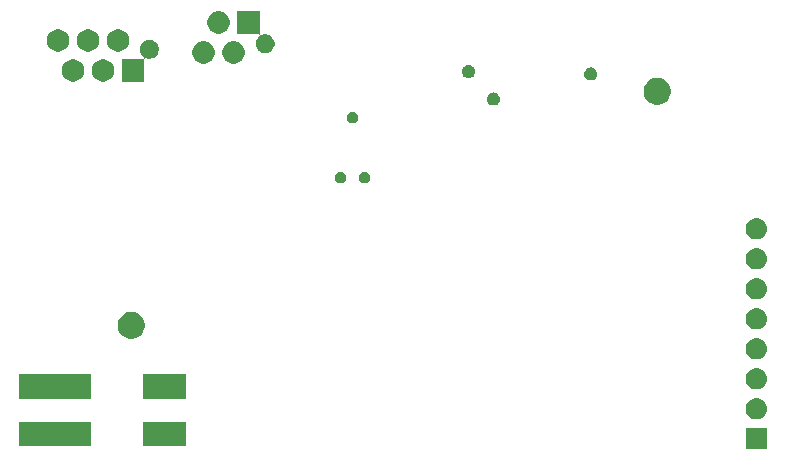
<source format=gbr>
G04 #@! TF.GenerationSoftware,KiCad,Pcbnew,5.0.2-bee76a0~70~ubuntu18.04.1*
G04 #@! TF.CreationDate,2019-12-20T19:05:30+01:00*
G04 #@! TF.ProjectId,board,626f6172-642e-46b6-9963-61645f706362,rev?*
G04 #@! TF.SameCoordinates,Original*
G04 #@! TF.FileFunction,Soldermask,Bot*
G04 #@! TF.FilePolarity,Negative*
%FSLAX46Y46*%
G04 Gerber Fmt 4.6, Leading zero omitted, Abs format (unit mm)*
G04 Created by KiCad (PCBNEW 5.0.2-bee76a0~70~ubuntu18.04.1) date Fr 20 Dez 2019 19:05:30 CET*
%MOMM*%
%LPD*%
G01*
G04 APERTURE LIST*
%ADD10C,0.100000*%
G04 APERTURE END LIST*
D10*
G36*
X156901000Y-138010200D02*
X155099000Y-138010200D01*
X155099000Y-136208200D01*
X156901000Y-136208200D01*
X156901000Y-138010200D01*
X156901000Y-138010200D01*
G37*
G36*
X107701000Y-137751000D02*
X104099000Y-137751000D01*
X104099000Y-135649000D01*
X107701000Y-135649000D01*
X107701000Y-137751000D01*
X107701000Y-137751000D01*
G37*
G36*
X99701000Y-137751000D02*
X93599000Y-137751000D01*
X93599000Y-135649000D01*
X99701000Y-135649000D01*
X99701000Y-137751000D01*
X99701000Y-137751000D01*
G37*
G36*
X156110442Y-133674718D02*
X156176627Y-133681237D01*
X156289853Y-133715584D01*
X156346467Y-133732757D01*
X156485087Y-133806852D01*
X156502991Y-133816422D01*
X156538729Y-133845752D01*
X156640186Y-133929014D01*
X156723448Y-134030471D01*
X156752778Y-134066209D01*
X156752779Y-134066211D01*
X156836443Y-134222733D01*
X156836443Y-134222734D01*
X156887963Y-134392573D01*
X156905359Y-134569200D01*
X156887963Y-134745827D01*
X156853616Y-134859053D01*
X156836443Y-134915667D01*
X156762348Y-135054287D01*
X156752778Y-135072191D01*
X156723448Y-135107929D01*
X156640186Y-135209386D01*
X156538729Y-135292648D01*
X156502991Y-135321978D01*
X156502989Y-135321979D01*
X156346467Y-135405643D01*
X156289853Y-135422816D01*
X156176627Y-135457163D01*
X156110442Y-135463682D01*
X156044260Y-135470200D01*
X155955740Y-135470200D01*
X155889558Y-135463682D01*
X155823373Y-135457163D01*
X155710147Y-135422816D01*
X155653533Y-135405643D01*
X155497011Y-135321979D01*
X155497009Y-135321978D01*
X155461271Y-135292648D01*
X155359814Y-135209386D01*
X155276552Y-135107929D01*
X155247222Y-135072191D01*
X155237652Y-135054287D01*
X155163557Y-134915667D01*
X155146384Y-134859053D01*
X155112037Y-134745827D01*
X155094641Y-134569200D01*
X155112037Y-134392573D01*
X155163557Y-134222734D01*
X155163557Y-134222733D01*
X155247221Y-134066211D01*
X155247222Y-134066209D01*
X155276552Y-134030471D01*
X155359814Y-133929014D01*
X155461271Y-133845752D01*
X155497009Y-133816422D01*
X155514913Y-133806852D01*
X155653533Y-133732757D01*
X155710147Y-133715584D01*
X155823373Y-133681237D01*
X155889558Y-133674718D01*
X155955740Y-133668200D01*
X156044260Y-133668200D01*
X156110442Y-133674718D01*
X156110442Y-133674718D01*
G37*
G36*
X99701000Y-133751000D02*
X93599000Y-133751000D01*
X93599000Y-131649000D01*
X99701000Y-131649000D01*
X99701000Y-133751000D01*
X99701000Y-133751000D01*
G37*
G36*
X107701000Y-133751000D02*
X104099000Y-133751000D01*
X104099000Y-131649000D01*
X107701000Y-131649000D01*
X107701000Y-133751000D01*
X107701000Y-133751000D01*
G37*
G36*
X156110442Y-131134718D02*
X156176627Y-131141237D01*
X156289853Y-131175584D01*
X156346467Y-131192757D01*
X156485087Y-131266852D01*
X156502991Y-131276422D01*
X156538729Y-131305752D01*
X156640186Y-131389014D01*
X156723448Y-131490471D01*
X156752778Y-131526209D01*
X156752779Y-131526211D01*
X156836443Y-131682733D01*
X156836443Y-131682734D01*
X156887963Y-131852573D01*
X156905359Y-132029200D01*
X156887963Y-132205827D01*
X156853616Y-132319053D01*
X156836443Y-132375667D01*
X156762348Y-132514287D01*
X156752778Y-132532191D01*
X156723448Y-132567929D01*
X156640186Y-132669386D01*
X156538729Y-132752648D01*
X156502991Y-132781978D01*
X156502989Y-132781979D01*
X156346467Y-132865643D01*
X156289853Y-132882816D01*
X156176627Y-132917163D01*
X156110442Y-132923682D01*
X156044260Y-132930200D01*
X155955740Y-132930200D01*
X155889558Y-132923682D01*
X155823373Y-132917163D01*
X155710147Y-132882816D01*
X155653533Y-132865643D01*
X155497011Y-132781979D01*
X155497009Y-132781978D01*
X155461271Y-132752648D01*
X155359814Y-132669386D01*
X155276552Y-132567929D01*
X155247222Y-132532191D01*
X155237652Y-132514287D01*
X155163557Y-132375667D01*
X155146384Y-132319053D01*
X155112037Y-132205827D01*
X155094641Y-132029200D01*
X155112037Y-131852573D01*
X155163557Y-131682734D01*
X155163557Y-131682733D01*
X155247221Y-131526211D01*
X155247222Y-131526209D01*
X155276552Y-131490471D01*
X155359814Y-131389014D01*
X155461271Y-131305752D01*
X155497009Y-131276422D01*
X155514913Y-131266852D01*
X155653533Y-131192757D01*
X155710147Y-131175584D01*
X155823373Y-131141237D01*
X155889558Y-131134718D01*
X155955740Y-131128200D01*
X156044260Y-131128200D01*
X156110442Y-131134718D01*
X156110442Y-131134718D01*
G37*
G36*
X156110443Y-128594719D02*
X156176627Y-128601237D01*
X156289853Y-128635584D01*
X156346467Y-128652757D01*
X156485087Y-128726852D01*
X156502991Y-128736422D01*
X156538729Y-128765752D01*
X156640186Y-128849014D01*
X156723448Y-128950471D01*
X156752778Y-128986209D01*
X156752779Y-128986211D01*
X156836443Y-129142733D01*
X156836443Y-129142734D01*
X156887963Y-129312573D01*
X156905359Y-129489200D01*
X156887963Y-129665827D01*
X156853616Y-129779053D01*
X156836443Y-129835667D01*
X156762348Y-129974287D01*
X156752778Y-129992191D01*
X156723448Y-130027929D01*
X156640186Y-130129386D01*
X156538729Y-130212648D01*
X156502991Y-130241978D01*
X156502989Y-130241979D01*
X156346467Y-130325643D01*
X156289853Y-130342816D01*
X156176627Y-130377163D01*
X156110442Y-130383682D01*
X156044260Y-130390200D01*
X155955740Y-130390200D01*
X155889558Y-130383682D01*
X155823373Y-130377163D01*
X155710147Y-130342816D01*
X155653533Y-130325643D01*
X155497011Y-130241979D01*
X155497009Y-130241978D01*
X155461271Y-130212648D01*
X155359814Y-130129386D01*
X155276552Y-130027929D01*
X155247222Y-129992191D01*
X155237652Y-129974287D01*
X155163557Y-129835667D01*
X155146384Y-129779053D01*
X155112037Y-129665827D01*
X155094641Y-129489200D01*
X155112037Y-129312573D01*
X155163557Y-129142734D01*
X155163557Y-129142733D01*
X155247221Y-128986211D01*
X155247222Y-128986209D01*
X155276552Y-128950471D01*
X155359814Y-128849014D01*
X155461271Y-128765752D01*
X155497009Y-128736422D01*
X155514913Y-128726852D01*
X155653533Y-128652757D01*
X155710147Y-128635584D01*
X155823373Y-128601237D01*
X155889557Y-128594719D01*
X155955740Y-128588200D01*
X156044260Y-128588200D01*
X156110443Y-128594719D01*
X156110443Y-128594719D01*
G37*
G36*
X103405734Y-126393232D02*
X103615202Y-126479996D01*
X103803723Y-126605962D01*
X103964038Y-126766277D01*
X104090004Y-126954798D01*
X104176768Y-127164266D01*
X104221000Y-127386635D01*
X104221000Y-127613365D01*
X104176768Y-127835734D01*
X104090004Y-128045202D01*
X103964038Y-128233723D01*
X103803723Y-128394038D01*
X103615202Y-128520004D01*
X103405734Y-128606768D01*
X103183365Y-128651000D01*
X102956635Y-128651000D01*
X102734266Y-128606768D01*
X102524798Y-128520004D01*
X102336277Y-128394038D01*
X102175962Y-128233723D01*
X102049996Y-128045202D01*
X101963232Y-127835734D01*
X101919000Y-127613365D01*
X101919000Y-127386635D01*
X101963232Y-127164266D01*
X102049996Y-126954798D01*
X102175962Y-126766277D01*
X102336277Y-126605962D01*
X102524798Y-126479996D01*
X102734266Y-126393232D01*
X102956635Y-126349000D01*
X103183365Y-126349000D01*
X103405734Y-126393232D01*
X103405734Y-126393232D01*
G37*
G36*
X156110442Y-126054718D02*
X156176627Y-126061237D01*
X156289853Y-126095584D01*
X156346467Y-126112757D01*
X156485087Y-126186852D01*
X156502991Y-126196422D01*
X156538729Y-126225752D01*
X156640186Y-126309014D01*
X156709301Y-126393232D01*
X156752778Y-126446209D01*
X156752779Y-126446211D01*
X156836443Y-126602733D01*
X156836443Y-126602734D01*
X156887963Y-126772573D01*
X156905359Y-126949200D01*
X156887963Y-127125827D01*
X156853616Y-127239053D01*
X156836443Y-127295667D01*
X156787819Y-127386635D01*
X156752778Y-127452191D01*
X156723448Y-127487929D01*
X156640186Y-127589386D01*
X156538729Y-127672648D01*
X156502991Y-127701978D01*
X156502989Y-127701979D01*
X156346467Y-127785643D01*
X156289853Y-127802816D01*
X156176627Y-127837163D01*
X156110442Y-127843682D01*
X156044260Y-127850200D01*
X155955740Y-127850200D01*
X155889558Y-127843682D01*
X155823373Y-127837163D01*
X155710147Y-127802816D01*
X155653533Y-127785643D01*
X155497011Y-127701979D01*
X155497009Y-127701978D01*
X155461271Y-127672648D01*
X155359814Y-127589386D01*
X155276552Y-127487929D01*
X155247222Y-127452191D01*
X155212181Y-127386635D01*
X155163557Y-127295667D01*
X155146384Y-127239053D01*
X155112037Y-127125827D01*
X155094641Y-126949200D01*
X155112037Y-126772573D01*
X155163557Y-126602734D01*
X155163557Y-126602733D01*
X155247221Y-126446211D01*
X155247222Y-126446209D01*
X155290699Y-126393232D01*
X155359814Y-126309014D01*
X155461271Y-126225752D01*
X155497009Y-126196422D01*
X155514913Y-126186852D01*
X155653533Y-126112757D01*
X155710147Y-126095584D01*
X155823373Y-126061237D01*
X155889558Y-126054718D01*
X155955740Y-126048200D01*
X156044260Y-126048200D01*
X156110442Y-126054718D01*
X156110442Y-126054718D01*
G37*
G36*
X156110442Y-123514718D02*
X156176627Y-123521237D01*
X156289853Y-123555584D01*
X156346467Y-123572757D01*
X156485087Y-123646852D01*
X156502991Y-123656422D01*
X156538729Y-123685752D01*
X156640186Y-123769014D01*
X156723448Y-123870471D01*
X156752778Y-123906209D01*
X156752779Y-123906211D01*
X156836443Y-124062733D01*
X156836443Y-124062734D01*
X156887963Y-124232573D01*
X156905359Y-124409200D01*
X156887963Y-124585827D01*
X156853616Y-124699053D01*
X156836443Y-124755667D01*
X156762348Y-124894287D01*
X156752778Y-124912191D01*
X156723448Y-124947929D01*
X156640186Y-125049386D01*
X156538729Y-125132648D01*
X156502991Y-125161978D01*
X156502989Y-125161979D01*
X156346467Y-125245643D01*
X156289853Y-125262816D01*
X156176627Y-125297163D01*
X156110443Y-125303681D01*
X156044260Y-125310200D01*
X155955740Y-125310200D01*
X155889557Y-125303681D01*
X155823373Y-125297163D01*
X155710147Y-125262816D01*
X155653533Y-125245643D01*
X155497011Y-125161979D01*
X155497009Y-125161978D01*
X155461271Y-125132648D01*
X155359814Y-125049386D01*
X155276552Y-124947929D01*
X155247222Y-124912191D01*
X155237652Y-124894287D01*
X155163557Y-124755667D01*
X155146384Y-124699053D01*
X155112037Y-124585827D01*
X155094641Y-124409200D01*
X155112037Y-124232573D01*
X155163557Y-124062734D01*
X155163557Y-124062733D01*
X155247221Y-123906211D01*
X155247222Y-123906209D01*
X155276552Y-123870471D01*
X155359814Y-123769014D01*
X155461271Y-123685752D01*
X155497009Y-123656422D01*
X155514913Y-123646852D01*
X155653533Y-123572757D01*
X155710147Y-123555584D01*
X155823373Y-123521237D01*
X155889558Y-123514718D01*
X155955740Y-123508200D01*
X156044260Y-123508200D01*
X156110442Y-123514718D01*
X156110442Y-123514718D01*
G37*
G36*
X156110443Y-120974719D02*
X156176627Y-120981237D01*
X156289853Y-121015584D01*
X156346467Y-121032757D01*
X156485087Y-121106852D01*
X156502991Y-121116422D01*
X156538729Y-121145752D01*
X156640186Y-121229014D01*
X156723448Y-121330471D01*
X156752778Y-121366209D01*
X156752779Y-121366211D01*
X156836443Y-121522733D01*
X156836443Y-121522734D01*
X156887963Y-121692573D01*
X156905359Y-121869200D01*
X156887963Y-122045827D01*
X156853616Y-122159053D01*
X156836443Y-122215667D01*
X156762348Y-122354287D01*
X156752778Y-122372191D01*
X156723448Y-122407929D01*
X156640186Y-122509386D01*
X156538729Y-122592648D01*
X156502991Y-122621978D01*
X156502989Y-122621979D01*
X156346467Y-122705643D01*
X156289853Y-122722816D01*
X156176627Y-122757163D01*
X156110443Y-122763681D01*
X156044260Y-122770200D01*
X155955740Y-122770200D01*
X155889557Y-122763681D01*
X155823373Y-122757163D01*
X155710147Y-122722816D01*
X155653533Y-122705643D01*
X155497011Y-122621979D01*
X155497009Y-122621978D01*
X155461271Y-122592648D01*
X155359814Y-122509386D01*
X155276552Y-122407929D01*
X155247222Y-122372191D01*
X155237652Y-122354287D01*
X155163557Y-122215667D01*
X155146384Y-122159053D01*
X155112037Y-122045827D01*
X155094641Y-121869200D01*
X155112037Y-121692573D01*
X155163557Y-121522734D01*
X155163557Y-121522733D01*
X155247221Y-121366211D01*
X155247222Y-121366209D01*
X155276552Y-121330471D01*
X155359814Y-121229014D01*
X155461271Y-121145752D01*
X155497009Y-121116422D01*
X155514913Y-121106852D01*
X155653533Y-121032757D01*
X155710147Y-121015584D01*
X155823373Y-120981237D01*
X155889557Y-120974719D01*
X155955740Y-120968200D01*
X156044260Y-120968200D01*
X156110443Y-120974719D01*
X156110443Y-120974719D01*
G37*
G36*
X156110443Y-118434719D02*
X156176627Y-118441237D01*
X156289853Y-118475584D01*
X156346467Y-118492757D01*
X156485087Y-118566852D01*
X156502991Y-118576422D01*
X156538729Y-118605752D01*
X156640186Y-118689014D01*
X156723448Y-118790471D01*
X156752778Y-118826209D01*
X156752779Y-118826211D01*
X156836443Y-118982733D01*
X156836443Y-118982734D01*
X156887963Y-119152573D01*
X156905359Y-119329200D01*
X156887963Y-119505827D01*
X156853616Y-119619053D01*
X156836443Y-119675667D01*
X156762348Y-119814287D01*
X156752778Y-119832191D01*
X156723448Y-119867929D01*
X156640186Y-119969386D01*
X156538729Y-120052648D01*
X156502991Y-120081978D01*
X156502989Y-120081979D01*
X156346467Y-120165643D01*
X156289853Y-120182816D01*
X156176627Y-120217163D01*
X156110442Y-120223682D01*
X156044260Y-120230200D01*
X155955740Y-120230200D01*
X155889558Y-120223682D01*
X155823373Y-120217163D01*
X155710147Y-120182816D01*
X155653533Y-120165643D01*
X155497011Y-120081979D01*
X155497009Y-120081978D01*
X155461271Y-120052648D01*
X155359814Y-119969386D01*
X155276552Y-119867929D01*
X155247222Y-119832191D01*
X155237652Y-119814287D01*
X155163557Y-119675667D01*
X155146384Y-119619053D01*
X155112037Y-119505827D01*
X155094641Y-119329200D01*
X155112037Y-119152573D01*
X155163557Y-118982734D01*
X155163557Y-118982733D01*
X155247221Y-118826211D01*
X155247222Y-118826209D01*
X155276552Y-118790471D01*
X155359814Y-118689014D01*
X155461271Y-118605752D01*
X155497009Y-118576422D01*
X155514913Y-118566852D01*
X155653533Y-118492757D01*
X155710147Y-118475584D01*
X155823373Y-118441237D01*
X155889557Y-118434719D01*
X155955740Y-118428200D01*
X156044260Y-118428200D01*
X156110443Y-118434719D01*
X156110443Y-118434719D01*
G37*
G36*
X122960532Y-114503541D02*
X123050707Y-114540893D01*
X123131863Y-114595120D01*
X123200880Y-114664137D01*
X123255107Y-114745293D01*
X123292459Y-114835468D01*
X123311500Y-114931197D01*
X123311500Y-115028803D01*
X123292459Y-115124532D01*
X123255107Y-115214707D01*
X123200880Y-115295863D01*
X123131863Y-115364880D01*
X123050707Y-115419107D01*
X122960532Y-115456459D01*
X122864803Y-115475500D01*
X122767197Y-115475500D01*
X122671468Y-115456459D01*
X122581293Y-115419107D01*
X122500137Y-115364880D01*
X122431120Y-115295863D01*
X122376893Y-115214707D01*
X122339541Y-115124532D01*
X122320500Y-115028803D01*
X122320500Y-114931197D01*
X122339541Y-114835468D01*
X122376893Y-114745293D01*
X122431120Y-114664137D01*
X122500137Y-114595120D01*
X122581293Y-114540893D01*
X122671468Y-114503541D01*
X122767197Y-114484500D01*
X122864803Y-114484500D01*
X122960532Y-114503541D01*
X122960532Y-114503541D01*
G37*
G36*
X120928532Y-114503541D02*
X121018707Y-114540893D01*
X121099863Y-114595120D01*
X121168880Y-114664137D01*
X121223107Y-114745293D01*
X121260459Y-114835468D01*
X121279500Y-114931197D01*
X121279500Y-115028803D01*
X121260459Y-115124532D01*
X121223107Y-115214707D01*
X121168880Y-115295863D01*
X121099863Y-115364880D01*
X121018707Y-115419107D01*
X120928532Y-115456459D01*
X120832803Y-115475500D01*
X120735197Y-115475500D01*
X120639468Y-115456459D01*
X120549293Y-115419107D01*
X120468137Y-115364880D01*
X120399120Y-115295863D01*
X120344893Y-115214707D01*
X120307541Y-115124532D01*
X120288500Y-115028803D01*
X120288500Y-114931197D01*
X120307541Y-114835468D01*
X120344893Y-114745293D01*
X120399120Y-114664137D01*
X120468137Y-114595120D01*
X120549293Y-114540893D01*
X120639468Y-114503541D01*
X120735197Y-114484500D01*
X120832803Y-114484500D01*
X120928532Y-114503541D01*
X120928532Y-114503541D01*
G37*
G36*
X121944532Y-109423541D02*
X122034707Y-109460893D01*
X122115863Y-109515120D01*
X122184880Y-109584137D01*
X122239107Y-109665293D01*
X122276459Y-109755468D01*
X122295500Y-109851197D01*
X122295500Y-109948803D01*
X122276459Y-110044532D01*
X122239107Y-110134707D01*
X122184880Y-110215863D01*
X122115863Y-110284880D01*
X122034707Y-110339107D01*
X121944532Y-110376459D01*
X121848803Y-110395500D01*
X121751197Y-110395500D01*
X121655468Y-110376459D01*
X121565293Y-110339107D01*
X121484137Y-110284880D01*
X121415120Y-110215863D01*
X121360893Y-110134707D01*
X121323541Y-110044532D01*
X121304500Y-109948803D01*
X121304500Y-109851197D01*
X121323541Y-109755468D01*
X121360893Y-109665293D01*
X121415120Y-109584137D01*
X121484137Y-109515120D01*
X121565293Y-109460893D01*
X121655468Y-109423541D01*
X121751197Y-109404500D01*
X121848803Y-109404500D01*
X121944532Y-109423541D01*
X121944532Y-109423541D01*
G37*
G36*
X133900721Y-107810174D02*
X134000995Y-107851709D01*
X134091245Y-107912012D01*
X134167988Y-107988755D01*
X134228291Y-108079005D01*
X134269826Y-108179279D01*
X134291000Y-108285730D01*
X134291000Y-108394270D01*
X134269826Y-108500721D01*
X134228291Y-108600995D01*
X134167988Y-108691245D01*
X134091245Y-108767988D01*
X134000995Y-108828291D01*
X133900721Y-108869826D01*
X133794270Y-108891000D01*
X133685730Y-108891000D01*
X133579279Y-108869826D01*
X133479005Y-108828291D01*
X133388755Y-108767988D01*
X133312012Y-108691245D01*
X133251709Y-108600995D01*
X133210174Y-108500721D01*
X133189000Y-108394270D01*
X133189000Y-108285730D01*
X133210174Y-108179279D01*
X133251709Y-108079005D01*
X133312012Y-107988755D01*
X133388755Y-107912012D01*
X133479005Y-107851709D01*
X133579279Y-107810174D01*
X133685730Y-107789000D01*
X133794270Y-107789000D01*
X133900721Y-107810174D01*
X133900721Y-107810174D01*
G37*
G36*
X147935734Y-106593232D02*
X148145202Y-106679996D01*
X148333723Y-106805962D01*
X148494038Y-106966277D01*
X148620004Y-107154798D01*
X148706768Y-107364266D01*
X148751000Y-107586635D01*
X148751000Y-107813365D01*
X148706768Y-108035734D01*
X148620004Y-108245202D01*
X148494038Y-108433723D01*
X148333723Y-108594038D01*
X148145202Y-108720004D01*
X147935734Y-108806768D01*
X147713365Y-108851000D01*
X147486635Y-108851000D01*
X147264266Y-108806768D01*
X147054798Y-108720004D01*
X146866277Y-108594038D01*
X146705962Y-108433723D01*
X146579996Y-108245202D01*
X146493232Y-108035734D01*
X146449000Y-107813365D01*
X146449000Y-107586635D01*
X146493232Y-107364266D01*
X146579996Y-107154798D01*
X146705962Y-106966277D01*
X146866277Y-106805962D01*
X147054798Y-106679996D01*
X147264266Y-106593232D01*
X147486635Y-106549000D01*
X147713365Y-106549000D01*
X147935734Y-106593232D01*
X147935734Y-106593232D01*
G37*
G36*
X100947396Y-105015546D02*
X101120466Y-105087234D01*
X101276230Y-105191312D01*
X101408688Y-105323770D01*
X101512766Y-105479534D01*
X101584454Y-105652604D01*
X101621000Y-105836333D01*
X101621000Y-106023667D01*
X101584454Y-106207396D01*
X101512766Y-106380466D01*
X101408688Y-106536230D01*
X101276230Y-106668688D01*
X101120466Y-106772766D01*
X100947396Y-106844454D01*
X100763667Y-106881000D01*
X100576333Y-106881000D01*
X100392604Y-106844454D01*
X100219534Y-106772766D01*
X100063770Y-106668688D01*
X99931312Y-106536230D01*
X99827234Y-106380466D01*
X99755546Y-106207396D01*
X99719000Y-106023667D01*
X99719000Y-105836333D01*
X99755546Y-105652604D01*
X99827234Y-105479534D01*
X99931312Y-105323770D01*
X100063770Y-105191312D01*
X100219534Y-105087234D01*
X100392604Y-105015546D01*
X100576333Y-104979000D01*
X100763667Y-104979000D01*
X100947396Y-105015546D01*
X100947396Y-105015546D01*
G37*
G36*
X104843655Y-103359733D02*
X104843657Y-103359734D01*
X104843658Y-103359734D01*
X104897509Y-103382040D01*
X104989440Y-103420119D01*
X105120643Y-103507786D01*
X105232214Y-103619357D01*
X105319881Y-103750560D01*
X105380267Y-103896345D01*
X105411050Y-104051102D01*
X105411050Y-104208898D01*
X105380267Y-104363655D01*
X105319881Y-104509440D01*
X105232214Y-104640643D01*
X105120643Y-104752214D01*
X104989440Y-104839881D01*
X104909133Y-104873145D01*
X104843658Y-104900266D01*
X104843657Y-104900266D01*
X104843655Y-104900267D01*
X104688898Y-104931050D01*
X104531102Y-104931050D01*
X104376342Y-104900267D01*
X104333835Y-104882660D01*
X104310386Y-104875547D01*
X104286000Y-104873145D01*
X104261613Y-104875547D01*
X104238164Y-104882660D01*
X104216553Y-104894212D01*
X104197611Y-104909757D01*
X104182066Y-104928699D01*
X104170515Y-104950310D01*
X104163402Y-104973759D01*
X104161000Y-104998145D01*
X104161000Y-106881000D01*
X102259000Y-106881000D01*
X102259000Y-104979000D01*
X104026696Y-104979000D01*
X104051082Y-104976598D01*
X104074531Y-104969485D01*
X104096142Y-104957934D01*
X104115084Y-104942388D01*
X104130630Y-104923446D01*
X104142181Y-104901835D01*
X104149294Y-104878386D01*
X104151696Y-104854000D01*
X104149294Y-104829614D01*
X104142181Y-104806165D01*
X104130630Y-104784554D01*
X104115084Y-104765612D01*
X104102094Y-104754951D01*
X103987786Y-104640643D01*
X103900119Y-104509440D01*
X103839733Y-104363655D01*
X103808950Y-104208898D01*
X103808950Y-104051102D01*
X103839733Y-103896345D01*
X103900119Y-103750560D01*
X103987786Y-103619357D01*
X104099357Y-103507786D01*
X104230560Y-103420119D01*
X104322491Y-103382040D01*
X104376342Y-103359734D01*
X104376343Y-103359734D01*
X104376345Y-103359733D01*
X104531102Y-103328950D01*
X104688898Y-103328950D01*
X104843655Y-103359733D01*
X104843655Y-103359733D01*
G37*
G36*
X98407396Y-105015546D02*
X98580466Y-105087234D01*
X98736230Y-105191312D01*
X98868688Y-105323770D01*
X98972766Y-105479534D01*
X99044454Y-105652604D01*
X99081000Y-105836333D01*
X99081000Y-106023667D01*
X99044454Y-106207396D01*
X98972766Y-106380466D01*
X98868688Y-106536230D01*
X98736230Y-106668688D01*
X98580466Y-106772766D01*
X98407396Y-106844454D01*
X98223667Y-106881000D01*
X98036333Y-106881000D01*
X97852604Y-106844454D01*
X97679534Y-106772766D01*
X97523770Y-106668688D01*
X97391312Y-106536230D01*
X97287234Y-106380466D01*
X97215546Y-106207396D01*
X97179000Y-106023667D01*
X97179000Y-105836333D01*
X97215546Y-105652604D01*
X97287234Y-105479534D01*
X97391312Y-105323770D01*
X97523770Y-105191312D01*
X97679534Y-105087234D01*
X97852604Y-105015546D01*
X98036333Y-104979000D01*
X98223667Y-104979000D01*
X98407396Y-105015546D01*
X98407396Y-105015546D01*
G37*
G36*
X142130721Y-105680174D02*
X142230995Y-105721709D01*
X142321245Y-105782012D01*
X142397988Y-105858755D01*
X142458291Y-105949005D01*
X142499826Y-106049279D01*
X142521000Y-106155730D01*
X142521000Y-106264270D01*
X142499826Y-106370721D01*
X142458291Y-106470995D01*
X142397988Y-106561245D01*
X142321245Y-106637988D01*
X142230995Y-106698291D01*
X142130721Y-106739826D01*
X142024270Y-106761000D01*
X141915730Y-106761000D01*
X141809279Y-106739826D01*
X141709005Y-106698291D01*
X141618755Y-106637988D01*
X141542012Y-106561245D01*
X141481709Y-106470995D01*
X141440174Y-106370721D01*
X141419000Y-106264270D01*
X141419000Y-106155730D01*
X141440174Y-106049279D01*
X141481709Y-105949005D01*
X141542012Y-105858755D01*
X141618755Y-105782012D01*
X141709005Y-105721709D01*
X141809279Y-105680174D01*
X141915730Y-105659000D01*
X142024270Y-105659000D01*
X142130721Y-105680174D01*
X142130721Y-105680174D01*
G37*
G36*
X131790721Y-105490174D02*
X131890995Y-105531709D01*
X131981245Y-105592012D01*
X132057988Y-105668755D01*
X132118291Y-105759005D01*
X132159826Y-105859279D01*
X132181000Y-105965730D01*
X132181000Y-106074270D01*
X132159826Y-106180721D01*
X132118291Y-106280995D01*
X132057988Y-106371245D01*
X131981245Y-106447988D01*
X131890995Y-106508291D01*
X131790721Y-106549826D01*
X131684270Y-106571000D01*
X131575730Y-106571000D01*
X131469279Y-106549826D01*
X131369005Y-106508291D01*
X131278755Y-106447988D01*
X131202012Y-106371245D01*
X131141709Y-106280995D01*
X131100174Y-106180721D01*
X131079000Y-106074270D01*
X131079000Y-105965730D01*
X131100174Y-105859279D01*
X131141709Y-105759005D01*
X131202012Y-105668755D01*
X131278755Y-105592012D01*
X131369005Y-105531709D01*
X131469279Y-105490174D01*
X131575730Y-105469000D01*
X131684270Y-105469000D01*
X131790721Y-105490174D01*
X131790721Y-105490174D01*
G37*
G36*
X112012396Y-103485546D02*
X112185466Y-103557234D01*
X112341230Y-103661312D01*
X112473688Y-103793770D01*
X112577766Y-103949534D01*
X112649454Y-104122604D01*
X112686000Y-104306333D01*
X112686000Y-104493667D01*
X112649454Y-104677396D01*
X112577766Y-104850466D01*
X112473688Y-105006230D01*
X112341230Y-105138688D01*
X112185466Y-105242766D01*
X112012396Y-105314454D01*
X111828667Y-105351000D01*
X111641333Y-105351000D01*
X111457604Y-105314454D01*
X111284534Y-105242766D01*
X111128770Y-105138688D01*
X110996312Y-105006230D01*
X110892234Y-104850466D01*
X110820546Y-104677396D01*
X110784000Y-104493667D01*
X110784000Y-104306333D01*
X110820546Y-104122604D01*
X110892234Y-103949534D01*
X110996312Y-103793770D01*
X111128770Y-103661312D01*
X111284534Y-103557234D01*
X111457604Y-103485546D01*
X111641333Y-103449000D01*
X111828667Y-103449000D01*
X112012396Y-103485546D01*
X112012396Y-103485546D01*
G37*
G36*
X109472396Y-103485546D02*
X109645466Y-103557234D01*
X109801230Y-103661312D01*
X109933688Y-103793770D01*
X110037766Y-103949534D01*
X110109454Y-104122604D01*
X110146000Y-104306333D01*
X110146000Y-104493667D01*
X110109454Y-104677396D01*
X110037766Y-104850466D01*
X109933688Y-105006230D01*
X109801230Y-105138688D01*
X109645466Y-105242766D01*
X109472396Y-105314454D01*
X109288667Y-105351000D01*
X109101333Y-105351000D01*
X108917604Y-105314454D01*
X108744534Y-105242766D01*
X108588770Y-105138688D01*
X108456312Y-105006230D01*
X108352234Y-104850466D01*
X108280546Y-104677396D01*
X108244000Y-104493667D01*
X108244000Y-104306333D01*
X108280546Y-104122604D01*
X108352234Y-103949534D01*
X108456312Y-103793770D01*
X108588770Y-103661312D01*
X108744534Y-103557234D01*
X108917604Y-103485546D01*
X109101333Y-103449000D01*
X109288667Y-103449000D01*
X109472396Y-103485546D01*
X109472396Y-103485546D01*
G37*
G36*
X113956000Y-102791855D02*
X113958402Y-102816241D01*
X113965515Y-102839690D01*
X113977066Y-102861301D01*
X113992612Y-102880243D01*
X114011554Y-102895789D01*
X114033165Y-102907340D01*
X114056614Y-102914453D01*
X114081000Y-102916855D01*
X114105386Y-102914453D01*
X114128835Y-102907340D01*
X114171342Y-102889733D01*
X114326102Y-102858950D01*
X114483898Y-102858950D01*
X114638655Y-102889733D01*
X114638657Y-102889734D01*
X114638658Y-102889734D01*
X114653276Y-102895789D01*
X114784440Y-102950119D01*
X114915643Y-103037786D01*
X115027214Y-103149357D01*
X115114881Y-103280560D01*
X115175267Y-103426345D01*
X115206050Y-103581102D01*
X115206050Y-103738898D01*
X115175267Y-103893655D01*
X115114881Y-104039440D01*
X115027214Y-104170643D01*
X114915643Y-104282214D01*
X114784440Y-104369881D01*
X114692509Y-104407960D01*
X114638658Y-104430266D01*
X114638657Y-104430266D01*
X114638655Y-104430267D01*
X114483898Y-104461050D01*
X114326102Y-104461050D01*
X114171345Y-104430267D01*
X114171343Y-104430266D01*
X114171342Y-104430266D01*
X114117491Y-104407960D01*
X114025560Y-104369881D01*
X113894357Y-104282214D01*
X113782786Y-104170643D01*
X113695119Y-104039440D01*
X113634733Y-103893655D01*
X113603950Y-103738898D01*
X113603950Y-103581102D01*
X113634733Y-103426345D01*
X113695119Y-103280560D01*
X113782786Y-103149357D01*
X113897093Y-103035050D01*
X113910085Y-103024388D01*
X113925630Y-103005446D01*
X113937181Y-102983835D01*
X113944294Y-102960386D01*
X113946696Y-102935999D01*
X113944294Y-102911613D01*
X113937181Y-102888164D01*
X113925629Y-102866553D01*
X113910084Y-102847611D01*
X113891142Y-102832066D01*
X113869531Y-102820515D01*
X113846082Y-102813402D01*
X113821696Y-102811000D01*
X112054000Y-102811000D01*
X112054000Y-100909000D01*
X113956000Y-100909000D01*
X113956000Y-102791855D01*
X113956000Y-102791855D01*
G37*
G36*
X97137396Y-102475546D02*
X97310466Y-102547234D01*
X97466230Y-102651312D01*
X97598688Y-102783770D01*
X97702766Y-102939534D01*
X97774454Y-103112604D01*
X97811000Y-103296333D01*
X97811000Y-103483667D01*
X97774454Y-103667396D01*
X97702766Y-103840466D01*
X97598688Y-103996230D01*
X97466230Y-104128688D01*
X97310466Y-104232766D01*
X97137396Y-104304454D01*
X96953667Y-104341000D01*
X96766333Y-104341000D01*
X96582604Y-104304454D01*
X96409534Y-104232766D01*
X96253770Y-104128688D01*
X96121312Y-103996230D01*
X96017234Y-103840466D01*
X95945546Y-103667396D01*
X95909000Y-103483667D01*
X95909000Y-103296333D01*
X95945546Y-103112604D01*
X96017234Y-102939534D01*
X96121312Y-102783770D01*
X96253770Y-102651312D01*
X96409534Y-102547234D01*
X96582604Y-102475546D01*
X96766333Y-102439000D01*
X96953667Y-102439000D01*
X97137396Y-102475546D01*
X97137396Y-102475546D01*
G37*
G36*
X99677396Y-102475546D02*
X99850466Y-102547234D01*
X100006230Y-102651312D01*
X100138688Y-102783770D01*
X100242766Y-102939534D01*
X100314454Y-103112604D01*
X100351000Y-103296333D01*
X100351000Y-103483667D01*
X100314454Y-103667396D01*
X100242766Y-103840466D01*
X100138688Y-103996230D01*
X100006230Y-104128688D01*
X99850466Y-104232766D01*
X99677396Y-104304454D01*
X99493667Y-104341000D01*
X99306333Y-104341000D01*
X99122604Y-104304454D01*
X98949534Y-104232766D01*
X98793770Y-104128688D01*
X98661312Y-103996230D01*
X98557234Y-103840466D01*
X98485546Y-103667396D01*
X98449000Y-103483667D01*
X98449000Y-103296333D01*
X98485546Y-103112604D01*
X98557234Y-102939534D01*
X98661312Y-102783770D01*
X98793770Y-102651312D01*
X98949534Y-102547234D01*
X99122604Y-102475546D01*
X99306333Y-102439000D01*
X99493667Y-102439000D01*
X99677396Y-102475546D01*
X99677396Y-102475546D01*
G37*
G36*
X102217396Y-102475546D02*
X102390466Y-102547234D01*
X102546230Y-102651312D01*
X102678688Y-102783770D01*
X102782766Y-102939534D01*
X102854454Y-103112604D01*
X102891000Y-103296333D01*
X102891000Y-103483667D01*
X102854454Y-103667396D01*
X102782766Y-103840466D01*
X102678688Y-103996230D01*
X102546230Y-104128688D01*
X102390466Y-104232766D01*
X102217396Y-104304454D01*
X102033667Y-104341000D01*
X101846333Y-104341000D01*
X101662604Y-104304454D01*
X101489534Y-104232766D01*
X101333770Y-104128688D01*
X101201312Y-103996230D01*
X101097234Y-103840466D01*
X101025546Y-103667396D01*
X100989000Y-103483667D01*
X100989000Y-103296333D01*
X101025546Y-103112604D01*
X101097234Y-102939534D01*
X101201312Y-102783770D01*
X101333770Y-102651312D01*
X101489534Y-102547234D01*
X101662604Y-102475546D01*
X101846333Y-102439000D01*
X102033667Y-102439000D01*
X102217396Y-102475546D01*
X102217396Y-102475546D01*
G37*
G36*
X110742396Y-100945546D02*
X110915466Y-101017234D01*
X111071230Y-101121312D01*
X111203688Y-101253770D01*
X111307766Y-101409534D01*
X111379454Y-101582604D01*
X111416000Y-101766333D01*
X111416000Y-101953667D01*
X111379454Y-102137396D01*
X111307766Y-102310466D01*
X111203688Y-102466230D01*
X111071230Y-102598688D01*
X110915466Y-102702766D01*
X110742396Y-102774454D01*
X110558667Y-102811000D01*
X110371333Y-102811000D01*
X110187604Y-102774454D01*
X110014534Y-102702766D01*
X109858770Y-102598688D01*
X109726312Y-102466230D01*
X109622234Y-102310466D01*
X109550546Y-102137396D01*
X109514000Y-101953667D01*
X109514000Y-101766333D01*
X109550546Y-101582604D01*
X109622234Y-101409534D01*
X109726312Y-101253770D01*
X109858770Y-101121312D01*
X110014534Y-101017234D01*
X110187604Y-100945546D01*
X110371333Y-100909000D01*
X110558667Y-100909000D01*
X110742396Y-100945546D01*
X110742396Y-100945546D01*
G37*
M02*

</source>
